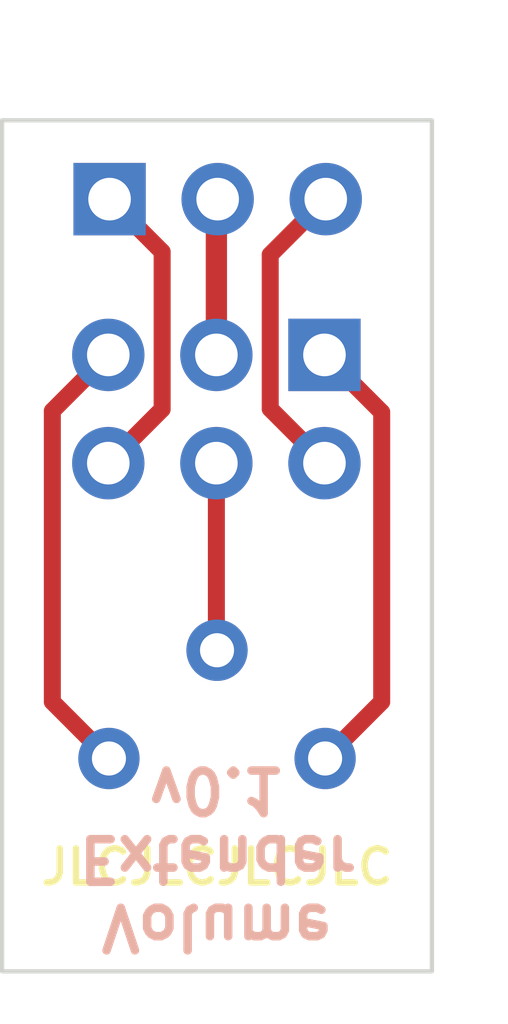
<source format=kicad_pcb>
(kicad_pcb (version 20211014) (generator pcbnew)
  (layers (0 "F.Cu" signal) (31 "B.Cu" signal) (34 "B.Paste" user) (35 "F.Paste" user) (36 "B.SilkS" user "B.Silkscreen") (37 "F.SilkS" user "F.Silkscreen") (38 "B.Mask" user) (39 "F.Mask" user) (44 "Edge.Cuts" user))
  (net 0 "")
  (net 1 "/INT_3")
  (net 2 "/INT_2")
  (net 3 "/INT_1")
  (net 4 "/EXT_1")
  (net 5 "/EXT_2")
  (net 6 "/EXT_3")
  (footprint "Connector_PinHeader_2.54mm:PinHeader_1x03_P2.54mm_Vertical" (layer "F.Cu") (at 153.625 87.71 90)
    (fp_text reference "J1" hide)
    (fp_text value "Conn_01x03")
    (pad "1" thru_hole oval (at 0 5.08 90) (size 1.7 1.7) (drill 1) (layers *.Cu *.Mask) (net 6 "/EXT_3"))
    (pad "2" thru_hole oval (at 0 2.54 90) (size 1.7 1.7) (drill 1) (layers *.Cu *.Mask) (net 5 "/EXT_2"))
    (pad "3" thru_hole rect (at 0 0 90) (size 1.7 1.7) (drill 1) (layers *.Cu *.Mask) (net 4 "/EXT_1"))
  )
  (footprint "Potentiometer_THT:Potentiometer_Bourns_3386P_Vertical" (layer "F.Cu") (at 158.69 100.835 90)
    (fp_text reference "RV1" hide)
    (fp_text value "R_Potentiometer")
    (pad "1" thru_hole circle (at 0 0 90) (size 1.44 1.44) (drill 0.8) (layers *.Cu *.Mask) (net 3 "/INT_1"))
    (pad "2" thru_hole circle (at 2.54 -2.54 90) (size 1.44 1.44) (drill 0.8) (layers *.Cu *.Mask) (net 2 "/INT_2"))
    (pad "3" thru_hole circle (at 0 -5.08 90) (size 1.44 1.44) (drill 0.8) (layers *.Cu *.Mask) (net 1 "/INT_3"))
  )
  (footprint "Connector_PinHeader_2.54mm:PinHeader_2x03_P2.54mm_Vertical" (layer "F.Cu") (at 158.675 91.365 -90)
    (fp_text reference "J2" hide)
    (fp_text value "Conn_02x03_Odd_Even")
    (pad "1" thru_hole rect (at 0 0 270) (size 1.7 1.7) (drill 1) (layers *.Cu *.Mask) (net 3 "/INT_1"))
    (pad "2" thru_hole oval (at 2.54 0 270) (size 1.7 1.7) (drill 1) (layers *.Cu *.Mask) (net 6 "/EXT_3"))
    (pad "3" thru_hole oval (at 0 2.54 270) (size 1.7 1.7) (drill 1) (layers *.Cu *.Mask) (net 5 "/EXT_2"))
    (pad "4" thru_hole oval (at 2.54 2.54 270) (size 1.7 1.7) (drill 1) (layers *.Cu *.Mask) (net 2 "/INT_2"))
    (pad "5" thru_hole oval (at 0 5.08 270) (size 1.7 1.7) (drill 1) (layers *.Cu *.Mask) (net 1 "/INT_3"))
    (pad "6" thru_hole oval (at 2.54 5.08 270) (size 1.7 1.7) (drill 1) (layers *.Cu *.Mask) (net 4 "/EXT_1"))
  )
  (gr_rect (start 151.1 105.83) (end 161.2 85.86) (layer "Edge.Cuts") (width 0.1) (fill none))
  (gr_text "Volume\nExtender\nv0.1" (at 156.15 103.18 180) (layer "B.SilkS") (effects (font (size 1 1) (thickness 0.2)) (justify mirror)))
  (gr_text "JLCJLCJLCJLC" (at 156.15 103.38) (layer "F.SilkS") (effects (font (size 0.8 0.8))))
  (segment (start 152.28 99.505) (end 153.61 100.835) (width 0.4) (layer "F.Cu") (net 1))
  (segment (start 152.28 92.68) (end 152.28 99.505) (width 0.4) (layer "F.Cu") (net 1))
  (segment (start 153.595 91.365) (end 152.28 92.68) (width 0.4) (layer "F.Cu") (net 1))
  (segment (start 156.135 98.28) (end 156.15 98.295) (width 0.4) (layer "F.Cu") (net 2))
  (segment (start 156.135 93.905) (end 156.135 98.28) (width 0.4) (layer "F.Cu") (net 2))
  (segment (start 160.02 99.505) (end 158.69 100.835) (width 0.4) (layer "F.Cu") (net 3))
  (segment (start 158.675 91.365) (end 160.02 92.71) (width 0.4) (layer "F.Cu") (net 3))
  (segment (start 160.02 92.71) (end 160.02 99.505) (width 0.4) (layer "F.Cu") (net 3))
  (segment (start 154.86 88.945) (end 154.86 92.64) (width 0.4) (layer "F.Cu") (net 4))
  (segment (start 154.86 92.64) (end 153.595 93.905) (width 0.4) (layer "F.Cu") (net 4))
  (segment (start 153.625 87.71) (end 154.86 88.945) (width 0.4) (layer "F.Cu") (net 4))
  (segment (start 156.135 87.74) (end 156.165 87.71) (width 0.25) (layer "F.Cu") (net 5))
  (segment (start 156.135 91.365) (end 156.135 87.74) (width 0.5) (layer "F.Cu") (net 5))
  (segment (start 157.4 89.015) (end 158.705 87.71) (width 0.4) (layer "F.Cu") (net 6))
  (segment (start 158.675 93.905) (end 157.4 92.63) (width 0.4) (layer "F.Cu") (net 6))
  (segment (start 157.4 92.63) (end 157.4 89.015) (width 0.4) (layer "F.Cu") (net 6))
)
</source>
